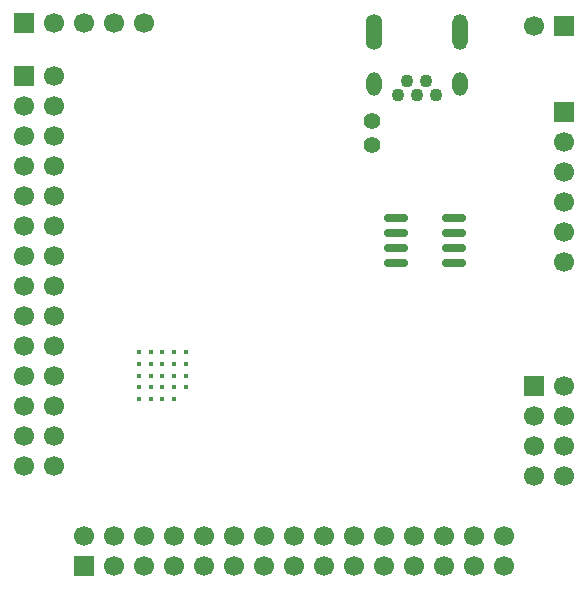
<source format=gbr>
%TF.GenerationSoftware,KiCad,Pcbnew,9.0.0+1*%
%TF.CreationDate,2025-08-24T22:54:41+08:00*%
%TF.ProjectId,cube,63756265-2e6b-4696-9361-645f70636258,rev?*%
%TF.SameCoordinates,Original*%
%TF.FileFunction,Soldermask,Bot*%
%TF.FilePolarity,Negative*%
%FSLAX46Y46*%
G04 Gerber Fmt 4.6, Leading zero omitted, Abs format (unit mm)*
G04 Created by KiCad (PCBNEW 9.0.0+1) date 2025-08-24 22:54:41*
%MOMM*%
%LPD*%
G01*
G04 APERTURE LIST*
G04 Aperture macros list*
%AMRoundRect*
0 Rectangle with rounded corners*
0 $1 Rounding radius*
0 $2 $3 $4 $5 $6 $7 $8 $9 X,Y pos of 4 corners*
0 Add a 4 corners polygon primitive as box body*
4,1,4,$2,$3,$4,$5,$6,$7,$8,$9,$2,$3,0*
0 Add four circle primitives for the rounded corners*
1,1,$1+$1,$2,$3*
1,1,$1+$1,$4,$5*
1,1,$1+$1,$6,$7*
1,1,$1+$1,$8,$9*
0 Add four rect primitives between the rounded corners*
20,1,$1+$1,$2,$3,$4,$5,0*
20,1,$1+$1,$4,$5,$6,$7,0*
20,1,$1+$1,$6,$7,$8,$9,0*
20,1,$1+$1,$8,$9,$2,$3,0*%
G04 Aperture macros list end*
%ADD10R,1.700000X1.700000*%
%ADD11C,1.700000*%
%ADD12C,1.400000*%
%ADD13C,1.100000*%
%ADD14O,1.300000X2.000000*%
%ADD15O,1.300000X3.050000*%
%ADD16O,1.400000X3.050000*%
%ADD17RoundRect,0.150000X0.825000X0.150000X-0.825000X0.150000X-0.825000X-0.150000X0.825000X-0.150000X0*%
%ADD18C,0.370000*%
G04 APERTURE END LIST*
D10*
%TO.C,J6*%
X76869000Y-80236000D03*
D11*
X79409000Y-80236000D03*
X76869000Y-82776000D03*
X79409000Y-82776000D03*
X76869000Y-85316000D03*
X79409000Y-85316000D03*
X76869000Y-87856000D03*
X79409000Y-87856000D03*
X76869000Y-90396000D03*
X79409000Y-90396000D03*
X76869000Y-92936000D03*
X79409000Y-92936000D03*
X76869000Y-95476000D03*
X79409000Y-95476000D03*
X76869000Y-98016000D03*
X79409000Y-98016000D03*
X76869000Y-100556000D03*
X79409000Y-100556000D03*
X76869000Y-103096000D03*
X79409000Y-103096000D03*
X76869000Y-105636000D03*
X79409000Y-105636000D03*
X76869000Y-108176000D03*
X79409000Y-108176000D03*
X76869000Y-110716000D03*
X79409000Y-110716000D03*
X76869000Y-113256000D03*
X79409000Y-113256000D03*
%TD*%
D10*
%TO.C,J4*%
X120070000Y-106510000D03*
D11*
X122610000Y-106510000D03*
X120070000Y-109050000D03*
X122610000Y-109050000D03*
X120070000Y-111590000D03*
X122610000Y-111590000D03*
X120070000Y-114130000D03*
X122610000Y-114130000D03*
%TD*%
D12*
%TO.C,CONFIG1*%
X106310000Y-86120000D03*
X106310000Y-84120000D03*
%TD*%
D10*
%TO.C,J7*%
X122610000Y-83320000D03*
D11*
X122610000Y-85860000D03*
X122610000Y-88400000D03*
X122610000Y-90940000D03*
X122610000Y-93480000D03*
X122610000Y-96020000D03*
%TD*%
D10*
%TO.C,J10*%
X122610000Y-76030000D03*
D11*
X120070000Y-76030000D03*
%TD*%
D10*
%TO.C,J9*%
X76890000Y-75826800D03*
D11*
X79430000Y-75826800D03*
X81970000Y-75826800D03*
X84510000Y-75826800D03*
X87050000Y-75826800D03*
%TD*%
D13*
%TO.C,J8*%
X111710000Y-81870000D03*
X110910000Y-80670000D03*
X110110000Y-81870000D03*
X109310000Y-80670000D03*
X108510000Y-81870000D03*
D14*
X113760000Y-80970000D03*
D15*
X113760000Y-76545000D03*
D14*
X106460000Y-80970000D03*
D16*
X106460000Y-76545000D03*
%TD*%
D10*
%TO.C,J3*%
X81970000Y-121750000D03*
D11*
X81970000Y-119210000D03*
X84510000Y-121750000D03*
X84510000Y-119210000D03*
X87050000Y-121750000D03*
X87050000Y-119210000D03*
X89590000Y-121750000D03*
X89590000Y-119210000D03*
X92130000Y-121750000D03*
X92130000Y-119210000D03*
X94670000Y-121750000D03*
X94670000Y-119210000D03*
X97210000Y-121750000D03*
X97210000Y-119210000D03*
X99750000Y-121750000D03*
X99750000Y-119210000D03*
X102290000Y-121750000D03*
X102290000Y-119210000D03*
X104830000Y-121750000D03*
X104830000Y-119210000D03*
X107370000Y-121750000D03*
X107370000Y-119210000D03*
X109910000Y-121750000D03*
X109910000Y-119210000D03*
X112450000Y-121750000D03*
X112450000Y-119210000D03*
X114990000Y-121750000D03*
X114990000Y-119210000D03*
X117530000Y-121750000D03*
X117530000Y-119210000D03*
%TD*%
D17*
%TO.C,U3*%
X113285000Y-92265000D03*
X113285000Y-93535000D03*
X113285000Y-94805000D03*
X113285000Y-96075000D03*
X108335000Y-96075000D03*
X108335000Y-94805000D03*
X108335000Y-93535000D03*
X108335000Y-92265000D03*
%TD*%
D18*
%TO.C,U4*%
X90590000Y-106638372D03*
X90590000Y-105638372D03*
X90590000Y-104638372D03*
X90590000Y-103638372D03*
X89590000Y-107638372D03*
X89590000Y-106638372D03*
X89590000Y-105638372D03*
X89590000Y-104638372D03*
X89590000Y-103638372D03*
X88590000Y-107638372D03*
X88590000Y-106638372D03*
X88590000Y-105638372D03*
X88590000Y-104638372D03*
X88590000Y-103638372D03*
X87590000Y-107638372D03*
X87590000Y-106638372D03*
X87590000Y-105638372D03*
X87590000Y-104638372D03*
X87590000Y-103638372D03*
X86590000Y-107638372D03*
X86590000Y-106638372D03*
X86590000Y-105638372D03*
X86590000Y-104638372D03*
X86590000Y-103638372D03*
%TD*%
M02*

</source>
